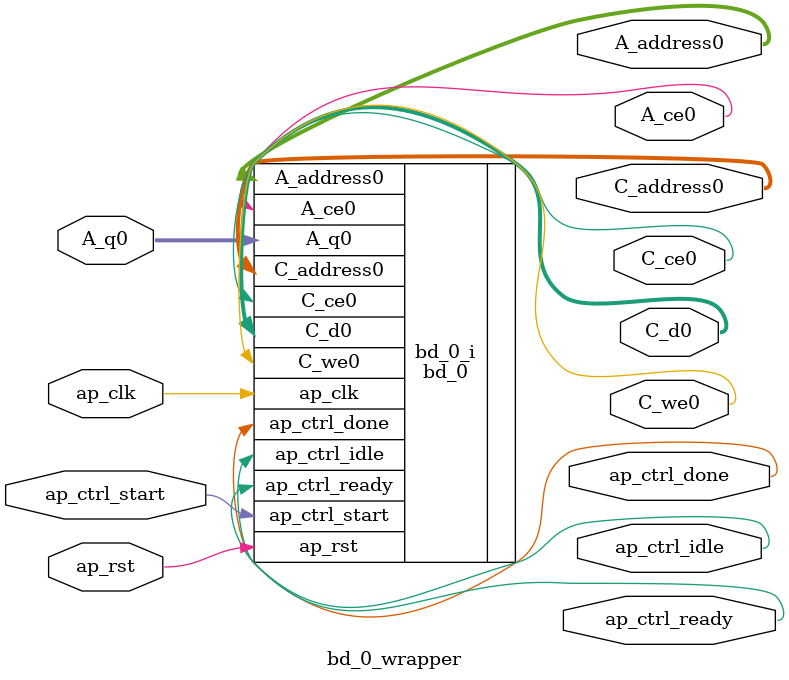
<source format=v>
`timescale 1 ps / 1 ps

module bd_0_wrapper
   (A_address0,
    A_ce0,
    A_q0,
    C_address0,
    C_ce0,
    C_d0,
    C_we0,
    ap_clk,
    ap_ctrl_done,
    ap_ctrl_idle,
    ap_ctrl_ready,
    ap_ctrl_start,
    ap_rst);
  output [13:0]A_address0;
  output A_ce0;
  input [23:0]A_q0;
  output [13:0]C_address0;
  output C_ce0;
  output [23:0]C_d0;
  output C_we0;
  input ap_clk;
  output ap_ctrl_done;
  output ap_ctrl_idle;
  output ap_ctrl_ready;
  input ap_ctrl_start;
  input ap_rst;

  wire [13:0]A_address0;
  wire A_ce0;
  wire [23:0]A_q0;
  wire [13:0]C_address0;
  wire C_ce0;
  wire [23:0]C_d0;
  wire C_we0;
  wire ap_clk;
  wire ap_ctrl_done;
  wire ap_ctrl_idle;
  wire ap_ctrl_ready;
  wire ap_ctrl_start;
  wire ap_rst;

  bd_0 bd_0_i
       (.A_address0(A_address0),
        .A_ce0(A_ce0),
        .A_q0(A_q0),
        .C_address0(C_address0),
        .C_ce0(C_ce0),
        .C_d0(C_d0),
        .C_we0(C_we0),
        .ap_clk(ap_clk),
        .ap_ctrl_done(ap_ctrl_done),
        .ap_ctrl_idle(ap_ctrl_idle),
        .ap_ctrl_ready(ap_ctrl_ready),
        .ap_ctrl_start(ap_ctrl_start),
        .ap_rst(ap_rst));
endmodule

</source>
